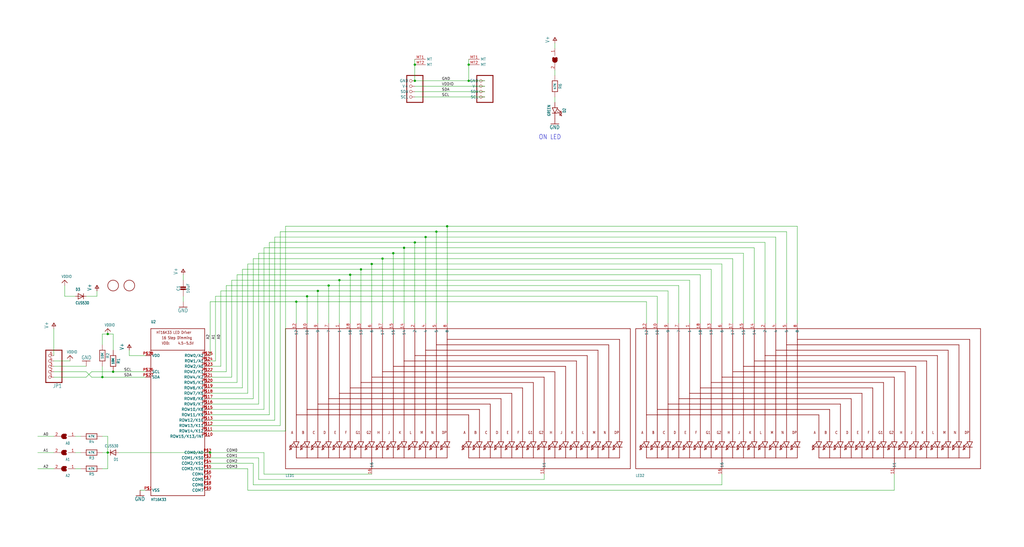
<source format=kicad_sch>
(kicad_sch (version 20230121) (generator eeschema)
  (paper "User" 482.803 257.835)
  (lib_symbols
    (symbol "working-eagle-import:CAP_CERAMIC0805-NOOUTLINE"
      (property "Reference" "C" (at -2.29 1.25 90))
      (symbol "CAP_CERAMIC0805-NOOUTLINE_1_0"
        (pin passive line (at 0 5.08 270) (length 2.54) (name "1") (number "1"))
        (pin passive line (at 0 -2.54 90) (length 2.54) (name "2") (number "2"))
      )
    )
    (symbol "working-eagle-import:DIODESOD-323F"
      (property "Reference" "D" (at -2.54 2.54 0))
      (symbol "DIODESOD-323F_1_0"
        (pin passive line (at -2.54 0 0) (length 2.54) (name "A") (number "A"))
        (pin passive line (at 2.54 0 180) (length 2.54) (name "C") (number "C"))
      )
    )
    (symbol "working-eagle-import:DISP_SEGMENT_STARBURST_DUAL_COMMONCATHODE"
      (property "Reference" "LED" (at -81.28 38.1 0))
      (symbol "DISP_SEGMENT_STARBURST_DUAL_COMMONCATHODE_1_0"
        (text "A" (at -78.74 17.78 0) (effects (font (size 1.27 1.0795)) (justify left bottom)))
        (text "A" (at 2.54 17.78 0) (effects (font (size 1.27 1.0795)) (justify left bottom)))
        (text "B" (at -73.66 17.78 0) (effects (font (size 1.27 1.0795)) (justify left bottom)))
        (text "B" (at 7.62 17.78 0) (effects (font (size 1.27 1.0795)) (justify left bottom)))
        (text "C" (at -68.58 17.78 0) (effects (font (size 1.27 1.0795)) (justify left bottom)))
        (text "C" (at 12.7 17.78 0) (effects (font (size 1.27 1.0795)) (justify left bottom)))
        (text "D" (at -63.5 17.78 0) (effects (font (size 1.27 1.0795)) (justify left bottom)))
        (text "D" (at 17.78 17.78 0) (effects (font (size 1.27 1.0795)) (justify left bottom)))
        (text "DP" (at -7.62 17.78 0) (effects (font (size 1.27 1.0795)) (justify left bottom)))
        (text "DP" (at 73.66 17.78 0) (effects (font (size 1.27 1.0795)) (justify left bottom)))
        (text "E" (at -58.42 17.78 0) (effects (font (size 1.27 1.0795)) (justify left bottom)))
        (text "E" (at 22.86 17.78 0) (effects (font (size 1.27 1.0795)) (justify left bottom)))
        (text "F" (at -53.34 17.78 0) (effects (font (size 1.27 1.0795)) (justify left bottom)))
        (text "F" (at 27.94 17.78 0) (effects (font (size 1.27 1.0795)) (justify left bottom)))
        (text "G1" (at -48.26 17.78 0) (effects (font (size 1.27 1.0795)) (justify left bottom)))
        (text "G1" (at 33.02 17.78 0) (effects (font (size 1.27 1.0795)) (justify left bottom)))
        (text "G2" (at -43.18 17.78 0) (effects (font (size 1.27 1.0795)) (justify left bottom)))
        (text "G2" (at 38.1 17.78 0) (effects (font (size 1.27 1.0795)) (justify left bottom)))
        (text "H" (at -38.1 17.78 0) (effects (font (size 1.27 1.0795)) (justify left bottom)))
        (text "H" (at 43.18 17.78 0) (effects (font (size 1.27 1.0795)) (justify left bottom)))
        (text "J" (at -33.02 17.78 0) (effects (font (size 1.27 1.0795)) (justify left bottom)))
        (text "J" (at 48.26 17.78 0) (effects (font (size 1.27 1.0795)) (justify left bottom)))
        (text "K" (at -27.94 17.78 0) (effects (font (size 1.27 1.0795)) (justify left bottom)))
        (text "K" (at 53.34 17.78 0) (effects (font (size 1.27 1.0795)) (justify left bottom)))
        (text "L" (at -22.86 17.78 0) (effects (font (size 1.27 1.0795)) (justify left bottom)))
        (text "L" (at 58.42 17.78 0) (effects (font (size 1.27 1.0795)) (justify left bottom)))
        (text "M" (at -17.78 17.78 0) (effects (font (size 1.27 1.0795)) (justify left bottom)))
        (text "M" (at 63.5 17.78 0) (effects (font (size 1.27 1.0795)) (justify left bottom)))
        (text "N" (at -12.7 17.78 0) (effects (font (size 1.27 1.0795)) (justify left bottom)))
        (text "N" (at 68.58 17.78 0) (effects (font (size 1.27 1.0795)) (justify left bottom)))
        (pin bidirectional line (at -55.88 -33.02 90) (length 2.54) (name "1") (number "1"))
        (pin bidirectional line (at -71.12 -33.02 90) (length 2.54) (name "10") (number "10"))
        (pin bidirectional line (at 40.64 38.1 270) (length 2.54) (name "11") (number "11"))
        (pin bidirectional line (at -76.2 -33.02 90) (length 2.54) (name "12") (number "12"))
        (pin bidirectional line (at -45.72 -33.02 90) (length 2.54) (name "13") (number "13"))
        (pin bidirectional line (at -25.4 -33.02 90) (length 2.54) (name "14") (number "14"))
        (pin bidirectional line (at -30.48 -33.02 90) (length 2.54) (name "15") (number "15"))
        (pin bidirectional line (at -40.64 38.1 270) (length 2.54) (name "16") (number "16"))
        (pin bidirectional line (at -35.56 -33.02 90) (length 2.54) (name "17") (number "17"))
        (pin bidirectional line (at -50.8 -33.02 90) (length 2.54) (name "18") (number "18"))
        (pin bidirectional line (at -20.32 -33.02 90) (length 2.54) (name "2") (number "2"))
        (pin bidirectional line (at -15.24 -33.02 90) (length 2.54) (name "4") (number "4"))
        (pin bidirectional line (at -10.16 -33.02 90) (length 2.54) (name "5") (number "5"))
        (pin bidirectional line (at -40.64 -33.02 90) (length 2.54) (name "6") (number "6"))
        (pin bidirectional line (at -60.96 -33.02 90) (length 2.54) (name "7") (number "7"))
        (pin bidirectional line (at -5.08 -33.02 90) (length 2.54) (name "8") (number "8"))
        (pin bidirectional line (at -66.04 -33.02 90) (length 2.54) (name "9") (number "9"))
      )
    )
    (symbol "working-eagle-import:FIDUCIAL")
    (symbol "working-eagle-import:GND" (power)
      (property "Value" "GND" (at -2.54 -2.54 0))
      (symbol "GND_1_0"
        (pin power_in line (at 0 2.54 270) (length 2.54) (name "GND") (number "1"))
      )
    )
    (symbol "working-eagle-import:HEADER-1X570MIL"
      (property "Reference" "JP" (at -6.35 8.255 0))
      (symbol "HEADER-1X570MIL_1_0"
        (pin passive inverted (at -2.54 5.08 0) (length 2.54) (name "1") (number "1"))
        (pin passive inverted (at -2.54 2.54 0) (length 2.54) (name "2") (number "2"))
        (pin passive inverted (at -2.54 0 0) (length 2.54) (name "3") (number "3"))
        (pin passive inverted (at -2.54 -2.54 0) (length 2.54) (name "4") (number "4"))
        (pin passive inverted (at -2.54 -5.08 0) (length 2.54) (name "5") (number "5"))
      )
    )
    (symbol "working-eagle-import:HT16K33_SOP28_SKINNY"
      (property "Reference" "U" (at -12.7 40.64 0))
      (symbol "HT16K33_SOP28_SKINNY_1_0"
        (text "16 Step Dimming" (at -7.62 33.02 0) (effects (font (size 1.27 1.0795)) (justify left bottom)))
        (text "4.5-5.5V" (at 0 30.48 0) (effects (font (size 1.27 1.0795)) (justify left bottom)))
        (text "HT16K33 LED Driver" (at -10.16 35.56 0) (effects (font (size 1.27 1.0795)) (justify left bottom)))
        (text "VDD:" (at -7.62 30.48 0) (effects (font (size 1.27 1.0795)) (justify left bottom)))
        (pin bidirectional line (at -15.24 -38.1 0) (length 2.54) (name "VSS") (number "P$1"))
        (pin bidirectional line (at 15.24 -12.7 180) (length 2.54) (name "ROW15/K13/INT") (number "P$10"))
        (pin bidirectional line (at 15.24 -10.16 180) (length 2.54) (name "ROW14/K12") (number "P$11"))
        (pin bidirectional line (at 15.24 -7.62 180) (length 2.54) (name "ROW13/K11") (number "P$12"))
        (pin bidirectional line (at 15.24 -5.08 180) (length 2.54) (name "ROW12/K10") (number "P$13"))
        (pin bidirectional line (at 15.24 -2.54 180) (length 2.54) (name "ROW11/K9") (number "P$14"))
        (pin bidirectional line (at 15.24 0 180) (length 2.54) (name "ROW10/K8") (number "P$15"))
        (pin bidirectional line (at 15.24 2.54 180) (length 2.54) (name "ROW9/K7") (number "P$16"))
        (pin bidirectional line (at 15.24 5.08 180) (length 2.54) (name "ROW8/K6") (number "P$17"))
        (pin bidirectional line (at 15.24 7.62 180) (length 2.54) (name "ROW7/K5") (number "P$18"))
        (pin bidirectional line (at 15.24 10.16 180) (length 2.54) (name "ROW6/K4") (number "P$19"))
        (pin bidirectional line (at 15.24 -20.32 180) (length 2.54) (name "COM0/AD") (number "P$2"))
        (pin bidirectional line (at 15.24 12.7 180) (length 2.54) (name "ROW5/K3") (number "P$20"))
        (pin bidirectional line (at 15.24 15.24 180) (length 2.54) (name "ROW4/K2") (number "P$21"))
        (pin bidirectional line (at 15.24 17.78 180) (length 2.54) (name "ROW3/K1") (number "P$22"))
        (pin bidirectional line (at 15.24 20.32 180) (length 2.54) (name "ROW2/A0") (number "P$23"))
        (pin bidirectional line (at 15.24 22.86 180) (length 2.54) (name "ROW1/A1") (number "P$24"))
        (pin bidirectional line (at 15.24 25.4 180) (length 2.54) (name "ROW0/A2") (number "P$25"))
        (pin bidirectional line (at -15.24 17.78 0) (length 2.54) (name "SCL") (number "P$26"))
        (pin bidirectional line (at -15.24 15.24 0) (length 2.54) (name "SDA") (number "P$27"))
        (pin bidirectional line (at -15.24 25.4 0) (length 2.54) (name "VDD") (number "P$28"))
        (pin bidirectional line (at 15.24 -22.86 180) (length 2.54) (name "COM1/KS0") (number "P$3"))
        (pin bidirectional line (at 15.24 -25.4 180) (length 2.54) (name "COM2/KS1") (number "P$4"))
        (pin bidirectional line (at 15.24 -27.94 180) (length 2.54) (name "COM3/KS2") (number "P$5"))
        (pin bidirectional line (at 15.24 -30.48 180) (length 2.54) (name "COM4") (number "P$6"))
        (pin bidirectional line (at 15.24 -33.02 180) (length 2.54) (name "COM5") (number "P$7"))
        (pin bidirectional line (at 15.24 -35.56 180) (length 2.54) (name "COM6") (number "P$8"))
        (pin bidirectional line (at 15.24 -38.1 180) (length 2.54) (name "COM7") (number "P$9"))
      )
    )
    (symbol "working-eagle-import:LED0603_NOOUTLINE"
      (property "Reference" "D" (at -1.27 4.445 0))
      (symbol "LED0603_NOOUTLINE_1_0"
        (pin passive line (at -5.08 0 0) (length 2.54) (name "A") (number "A"))
        (pin passive line (at 2.54 0 180) (length 2.54) (name "C") (number "C"))
      )
    )
    (symbol "working-eagle-import:RESISTOR_0603_NOOUT"
      (property "Reference" "R" (at 0 2.54 0))
      (symbol "RESISTOR_0603_NOOUT_1_0"
        (pin passive line (at -5.08 0 0) (length 2.54) (name "1") (number "1"))
        (pin passive line (at 5.08 0 180) (length 2.54) (name "2") (number "2"))
      )
    )
    (symbol "working-eagle-import:SOLDERJUMPERCLOSED"
      (property "Reference" "SJ" (at -2.54 2.54 0))
      (symbol "SOLDERJUMPERCLOSED_1_0"
        (pin passive line (at -5.08 0 0) (length 2.54) (name "1") (number "1"))
        (pin passive line (at 5.08 0 180) (length 2.54) (name "2") (number "2"))
      )
    )
    (symbol "working-eagle-import:SOLDERJUMPERREFLOW_NOPASTE"
      (property "Reference" "SJ" (at -2.54 2.54 0))
      (symbol "SOLDERJUMPERREFLOW_NOPASTE_1_0"
        (pin passive line (at -5.08 0 0) (length 2.54) (name "1") (number "1"))
        (pin passive line (at 5.08 0 180) (length 2.54) (name "2") (number "2"))
      )
    )
    (symbol "working-eagle-import:STEMMA_I2C_QTRA"
      (symbol "STEMMA_I2C_QTRA_1_0"
        (pin passive inverted (at 0 5.08 0) (length 2.54) (name "GND") (number "1"))
        (pin passive inverted (at 0 2.54 0) (length 2.54) (name "V+") (number "2"))
        (pin passive inverted (at 0 0 0) (length 2.54) (name "SDA") (number "3"))
        (pin passive inverted (at 0 -2.54 0) (length 2.54) (name "SCL") (number "4"))
      )
      (symbol "STEMMA_I2C_QTRA_2_0"
        (pin bidirectional line (at 0 0 0) (length 5.08) (name "MT") (number "MT1"))
      )
      (symbol "STEMMA_I2C_QTRA_3_0"
        (pin bidirectional line (at 0 0 0) (length 5.08) (name "MT") (number "MT2"))
      )
    )
    (symbol "working-eagle-import:V+" (power)
      (property "Value" "V+" (at -2.54 -2.54 90))
      (symbol "V+_1_0"
        (pin power_in line (at 0 -2.54 90) (length 2.54) (name "V+") (number "1"))
      )
    )
    (symbol "working-eagle-import:VDDIO" (power)
      (property "Value" "VDDIO" (at -1.524 1.016 0))
      (symbol "VDDIO_1_0"
        (pin power_in line (at 0 -2.54 90) (length 2.54) (name "VDDIO") (number "1"))
      )
    )
  )
  (junction (at 50.8 157.48))
  (junction (at 195.58 114.3))
  (junction (at 190.5 116.84))
  (junction (at 175.26 124.46))
  (junction (at 195.58 38.1))
  (junction (at 50.8 213.36))
  (junction (at 185.42 119.38))
  (junction (at 53.34 175.26))
  (junction (at 180.34 121.92))
  (junction (at 154.94 134.62))
  (junction (at 144.78 139.7))
  (junction (at 210.82 106.68))
  (junction (at 149.86 137.16))
  (junction (at 99.06 213.36))
  (junction (at 165.1 129.54))
  (junction (at 195.58 30.48))
  (junction (at 205.74 109.22))
  (junction (at 220.98 30.48))
  (junction (at 139.7 142.24))
  (junction (at 200.66 111.76))
  (junction (at 48.26 177.8))
  (junction (at 160.02 132.08))
  (junction (at 170.18 127))
  (junction (at 220.98 38.1))
  (wire (pts (xy 25.4 220.98) (xy 17.78 220.98)) (stroke (width 0.1524)))
  (wire (pts (xy 330.2 129.54) (xy 330.2 152.4)) (stroke (width 0.1524)))
  (wire (pts (xy 124.46 213.36) (xy 124.46 223.52)) (stroke (width 0.1524)))
  (wire (pts (xy 121.92 190.5) (xy 121.92 119.38)) (stroke (width 0.1524)))
  (wire (pts (xy 30.48 139.7) (xy 30.48 134.62)) (stroke (width 0.1524)))
  (wire (pts (xy 185.42 119.38) (xy 185.42 152.4)) (stroke (width 0.1524)))
  (wire (pts (xy 220.98 30.48) (xy 220.98 27.94)) (stroke (width 0.1524)))
  (wire (pts (xy 127 195.58) (xy 127 114.3)) (stroke (width 0.1524)))
  (wire (pts (xy 149.86 137.16) (xy 149.86 152.4)) (stroke (width 0.1524)))
  (wire (pts (xy 144.78 139.7) (xy 309.88 139.7)) (stroke (width 0.1524)))
  (wire (pts (xy 154.94 134.62) (xy 320.04 134.62)) (stroke (width 0.1524)))
  (wire (pts (xy 228.6 38.1) (xy 220.98 38.1)) (stroke (width 0.1524)))
  (wire (pts (xy 99.06 198.12) (xy 129.54 198.12)) (stroke (width 0.1524)))
  (wire (pts (xy 86.36 129.54) (xy 86.36 132.08)) (stroke (width 0.1524)))
  (wire (pts (xy 129.54 198.12) (xy 129.54 111.76)) (stroke (width 0.1524)))
  (wire (pts (xy 220.98 38.1) (xy 220.98 30.48)) (stroke (width 0.1524)))
  (wire (pts (xy 160.02 132.08) (xy 325.12 132.08)) (stroke (width 0.1524)))
  (wire (pts (xy 38.1 220.98) (xy 35.56 220.98)) (stroke (width 0.1524)))
  (wire (pts (xy 99.06 200.66) (xy 132.08 200.66)) (stroke (width 0.1524)))
  (wire (pts (xy 99.06 170.18) (xy 101.6 170.18)) (stroke (width 0.1524)))
  (wire (pts (xy 99.06 180.34) (xy 111.76 180.34)) (stroke (width 0.1524)))
  (wire (pts (xy 210.82 106.68) (xy 210.82 152.4)) (stroke (width 0.1524)))
  (wire (pts (xy 99.06 172.72) (xy 104.14 172.72)) (stroke (width 0.1524)))
  (wire (pts (xy 350.52 119.38) (xy 350.52 152.4)) (stroke (width 0.1524)))
  (wire (pts (xy 195.58 114.3) (xy 195.58 152.4)) (stroke (width 0.1524)))
  (wire (pts (xy 340.36 228.6) (xy 340.36 223.52)) (stroke (width 0.1524)))
  (wire (pts (xy 68.58 177.8) (xy 48.26 177.8)) (stroke (width 0.1524)))
  (wire (pts (xy 165.1 129.54) (xy 165.1 152.4)) (stroke (width 0.1524)))
  (wire (pts (xy 261.62 48.26) (xy 261.62 45.72)) (stroke (width 0.1524)))
  (wire (pts (xy 116.84 185.42) (xy 116.84 124.46)) (stroke (width 0.1524)))
  (wire (pts (xy 99.06 167.64) (xy 99.06 142.24)) (stroke (width 0.1524)))
  (wire (pts (xy 101.6 139.7) (xy 144.78 139.7)) (stroke (width 0.1524)))
  (wire (pts (xy 45.72 137.16) (xy 45.72 139.7)) (stroke (width 0.1524)))
  (wire (pts (xy 149.86 137.16) (xy 314.96 137.16)) (stroke (width 0.1524)))
  (wire (pts (xy 99.06 215.9) (xy 121.92 215.9)) (stroke (width 0.1524)))
  (wire (pts (xy 48.26 177.8) (xy 48.26 172.72)) (stroke (width 0.1524)))
  (wire (pts (xy 139.7 142.24) (xy 304.8 142.24)) (stroke (width 0.1524)))
  (wire (pts (xy 50.8 213.36) (xy 50.8 205.74)) (stroke (width 0.1524)))
  (wire (pts (xy 99.06 218.44) (xy 119.38 218.44)) (stroke (width 0.1524)))
  (wire (pts (xy 60.96 167.64) (xy 60.96 165.1)) (stroke (width 0.1524)))
  (wire (pts (xy 228.6 43.18) (xy 195.58 43.18)) (stroke (width 0.1524)))
  (wire (pts (xy 25.4 175.26) (xy 40.64 175.26)) (stroke (width 0.1524)))
  (wire (pts (xy 205.74 109.22) (xy 205.74 152.4)) (stroke (width 0.1524)))
  (wire (pts (xy 314.96 137.16) (xy 314.96 152.4)) (stroke (width 0.1524)))
  (wire (pts (xy 99.06 193.04) (xy 124.46 193.04)) (stroke (width 0.1524)))
  (wire (pts (xy 48.26 213.36) (xy 50.8 213.36)) (stroke (width 0.1524)))
  (wire (pts (xy 124.46 223.52) (xy 175.26 223.52)) (stroke (width 0.1524)))
  (wire (pts (xy 190.5 116.84) (xy 190.5 152.4)) (stroke (width 0.1524)))
  (wire (pts (xy 256.54 226.06) (xy 256.54 223.52)) (stroke (width 0.1524)))
  (wire (pts (xy 129.54 111.76) (xy 200.66 111.76)) (stroke (width 0.1524)))
  (wire (pts (xy 116.84 220.98) (xy 116.84 231.14)) (stroke (width 0.1524)))
  (wire (pts (xy 106.68 175.26) (xy 106.68 134.62)) (stroke (width 0.1524)))
  (wire (pts (xy 320.04 134.62) (xy 320.04 152.4)) (stroke (width 0.1524)))
  (wire (pts (xy 175.26 124.46) (xy 340.36 124.46)) (stroke (width 0.1524)))
  (wire (pts (xy 185.42 119.38) (xy 350.52 119.38)) (stroke (width 0.1524)))
  (wire (pts (xy 99.06 190.5) (xy 121.92 190.5)) (stroke (width 0.1524)))
  (wire (pts (xy 40.64 175.26) (xy 43.18 177.8)) (stroke (width 0.1524)))
  (wire (pts (xy 48.26 220.98) (xy 50.8 220.98)) (stroke (width 0.1524)))
  (wire (pts (xy 119.38 121.92) (xy 180.34 121.92)) (stroke (width 0.1524)))
  (wire (pts (xy 335.28 127) (xy 335.28 152.4)) (stroke (width 0.1524)))
  (wire (pts (xy 132.08 200.66) (xy 132.08 109.22)) (stroke (width 0.1524)))
  (wire (pts (xy 175.26 124.46) (xy 175.26 152.4)) (stroke (width 0.1524)))
  (wire (pts (xy 421.64 231.14) (xy 421.64 223.52)) (stroke (width 0.1524)))
  (wire (pts (xy 116.84 124.46) (xy 175.26 124.46)) (stroke (width 0.1524)))
  (wire (pts (xy 170.18 127) (xy 170.18 152.4)) (stroke (width 0.1524)))
  (wire (pts (xy 99.06 142.24) (xy 139.7 142.24)) (stroke (width 0.1524)))
  (wire (pts (xy 43.18 175.26) (xy 40.64 177.8)) (stroke (width 0.1524)))
  (wire (pts (xy 45.72 139.7) (xy 40.64 139.7)) (stroke (width 0.1524)))
  (wire (pts (xy 160.02 132.08) (xy 160.02 152.4)) (stroke (width 0.1524)))
  (wire (pts (xy 170.18 127) (xy 335.28 127)) (stroke (width 0.1524)))
  (wire (pts (xy 195.58 30.48) (xy 195.58 38.1)) (stroke (width 0.1524)))
  (wire (pts (xy 180.34 121.92) (xy 180.34 152.4)) (stroke (width 0.1524)))
  (wire (pts (xy 68.58 175.26) (xy 53.34 175.26)) (stroke (width 0.1524)))
  (wire (pts (xy 165.1 129.54) (xy 330.2 129.54)) (stroke (width 0.1524)))
  (wire (pts (xy 25.4 167.64) (xy 25.4 154.94)) (stroke (width 0.1524)))
  (wire (pts (xy 99.06 185.42) (xy 116.84 185.42)) (stroke (width 0.1524)))
  (wire (pts (xy 99.06 203.2) (xy 134.62 203.2)) (stroke (width 0.1524)))
  (wire (pts (xy 261.62 20.32) (xy 261.62 22.86)) (stroke (width 0.1524)))
  (wire (pts (xy 38.1 205.74) (xy 35.56 205.74)) (stroke (width 0.1524)))
  (wire (pts (xy 119.38 228.6) (xy 340.36 228.6)) (stroke (width 0.1524)))
  (wire (pts (xy 195.58 114.3) (xy 360.68 114.3)) (stroke (width 0.1524)))
  (wire (pts (xy 228.6 40.64) (xy 195.58 40.64)) (stroke (width 0.1524)))
  (wire (pts (xy 144.78 139.7) (xy 144.78 152.4)) (stroke (width 0.1524)))
  (wire (pts (xy 17.78 205.74) (xy 25.4 205.74)) (stroke (width 0.1524)))
  (wire (pts (xy 119.38 187.96) (xy 119.38 121.92)) (stroke (width 0.1524)))
  (wire (pts (xy 99.06 175.26) (xy 106.68 175.26)) (stroke (width 0.1524)))
  (wire (pts (xy 35.56 139.7) (xy 30.48 139.7)) (stroke (width 0.1524)))
  (wire (pts (xy 340.36 124.46) (xy 340.36 152.4)) (stroke (width 0.1524)))
  (wire (pts (xy 139.7 142.24) (xy 139.7 152.4)) (stroke (width 0.1524)))
  (wire (pts (xy 121.92 226.06) (xy 256.54 226.06)) (stroke (width 0.1524)))
  (wire (pts (xy 121.92 215.9) (xy 121.92 226.06)) (stroke (width 0.1524)))
  (wire (pts (xy 104.14 172.72) (xy 104.14 137.16)) (stroke (width 0.1524)))
  (wire (pts (xy 53.34 175.26) (xy 43.18 175.26)) (stroke (width 0.1524)))
  (wire (pts (xy 154.94 134.62) (xy 154.94 152.4)) (stroke (width 0.1524)))
  (wire (pts (xy 124.46 116.84) (xy 190.5 116.84)) (stroke (width 0.1524)))
  (wire (pts (xy 99.06 182.88) (xy 114.3 182.88)) (stroke (width 0.1524)))
  (wire (pts (xy 99.06 195.58) (xy 127 195.58)) (stroke (width 0.1524)))
  (wire (pts (xy 134.62 106.68) (xy 210.82 106.68)) (stroke (width 0.1524)))
  (wire (pts (xy 355.6 116.84) (xy 355.6 152.4)) (stroke (width 0.1524)))
  (wire (pts (xy 121.92 119.38) (xy 185.42 119.38)) (stroke (width 0.1524)))
  (wire (pts (xy 195.58 27.94) (xy 195.58 30.48)) (stroke (width 0.1524)))
  (wire (pts (xy 325.12 132.08) (xy 325.12 152.4)) (stroke (width 0.1524)))
  (wire (pts (xy 50.8 157.48) (xy 53.34 157.48)) (stroke (width 0.1524)))
  (wire (pts (xy 40.64 172.72) (xy 25.4 172.72)) (stroke (width 0.1524)))
  (wire (pts (xy 48.26 157.48) (xy 50.8 157.48)) (stroke (width 0.1524)))
  (wire (pts (xy 375.92 106.68) (xy 375.92 152.4)) (stroke (width 0.1524)))
  (wire (pts (xy 33.02 170.18) (xy 25.4 170.18)) (stroke (width 0.1524)))
  (wire (pts (xy 132.08 109.22) (xy 205.74 109.22)) (stroke (width 0.1524)))
  (wire (pts (xy 124.46 193.04) (xy 124.46 116.84)) (stroke (width 0.1524)))
  (wire (pts (xy 200.66 111.76) (xy 365.76 111.76)) (stroke (width 0.1524)))
  (wire (pts (xy 55.88 213.36) (xy 99.06 213.36)) (stroke (width 0.1524)))
  (wire (pts (xy 190.5 116.84) (xy 355.6 116.84)) (stroke (width 0.1524)))
  (wire (pts (xy 48.26 205.74) (xy 50.8 205.74)) (stroke (width 0.1524)))
  (wire (pts (xy 111.76 129.54) (xy 165.1 129.54)) (stroke (width 0.1524)))
  (wire (pts (xy 365.76 111.76) (xy 365.76 152.4)) (stroke (width 0.1524)))
  (wire (pts (xy 119.38 218.44) (xy 119.38 228.6)) (stroke (width 0.1524)))
  (wire (pts (xy 205.74 109.22) (xy 370.84 109.22)) (stroke (width 0.1524)))
  (wire (pts (xy 109.22 132.08) (xy 160.02 132.08)) (stroke (width 0.1524)))
  (wire (pts (xy 114.3 182.88) (xy 114.3 127)) (stroke (width 0.1524)))
  (wire (pts (xy 43.18 177.8) (xy 48.26 177.8)) (stroke (width 0.1524)))
  (wire (pts (xy 220.98 38.1) (xy 195.58 38.1)) (stroke (width 0.1524)))
  (wire (pts (xy 210.82 106.68) (xy 375.92 106.68)) (stroke (width 0.1524)))
  (wire (pts (xy 50.8 220.98) (xy 50.8 213.36)) (stroke (width 0.1524)))
  (wire (pts (xy 99.06 213.36) (xy 124.46 213.36)) (stroke (width 0.1524)))
  (wire (pts (xy 200.66 111.76) (xy 200.66 152.4)) (stroke (width 0.1524)))
  (wire (pts (xy 99.06 187.96) (xy 119.38 187.96)) (stroke (width 0.1524)))
  (wire (pts (xy 40.64 177.8) (xy 25.4 177.8)) (stroke (width 0.1524)))
  (wire (pts (xy 309.88 139.7) (xy 309.88 152.4)) (stroke (width 0.1524)))
  (wire (pts (xy 106.68 134.62) (xy 154.94 134.62)) (stroke (width 0.1524)))
  (wire (pts (xy 48.26 162.56) (xy 48.26 157.48)) (stroke (width 0.1524)))
  (wire (pts (xy 104.14 137.16) (xy 149.86 137.16)) (stroke (width 0.1524)))
  (wire (pts (xy 68.58 167.64) (xy 60.96 167.64)) (stroke (width 0.1524)))
  (wire (pts (xy 114.3 127) (xy 170.18 127)) (stroke (width 0.1524)))
  (wire (pts (xy 134.62 203.2) (xy 134.62 106.68)) (stroke (width 0.1524)))
  (wire (pts (xy 109.22 177.8) (xy 109.22 132.08)) (stroke (width 0.1524)))
  (wire (pts (xy 101.6 170.18) (xy 101.6 139.7)) (stroke (width 0.1524)))
  (wire (pts (xy 345.44 121.92) (xy 345.44 152.4)) (stroke (width 0.1524)))
  (wire (pts (xy 261.62 33.02) (xy 261.62 35.56)) (stroke (width 0.1524)))
  (wire (pts (xy 360.68 114.3) (xy 360.68 152.4)) (stroke (width 0.1524)))
  (wire (pts (xy 99.06 220.98) (xy 116.84 220.98)) (stroke (width 0.1524)))
  (wire (pts (xy 111.76 180.34) (xy 111.76 129.54)) (stroke (width 0.1524)))
  (wire (pts (xy 53.34 157.48) (xy 53.34 165.1)) (stroke (width 0.1524)))
  (wire (pts (xy 99.06 177.8) (xy 109.22 177.8)) (stroke (width 0.1524)))
  (wire (pts (xy 116.84 231.14) (xy 421.64 231.14)) (stroke (width 0.1524)))
  (wire (pts (xy 86.36 142.24) (xy 86.36 139.7)) (stroke (width 0.1524)))
  (wire (pts (xy 370.84 109.22) (xy 370.84 152.4)) (stroke (width 0.1524)))
  (wire (pts (xy 304.8 142.24) (xy 304.8 152.4)) (stroke (width 0.1524)))
  (wire (pts (xy 66.04 231.14) (xy 68.58 231.14)) (stroke (width 0.1524)))
  (wire (pts (xy 38.1 213.36) (xy 35.56 213.36)) (stroke (width 0.1524)))
  (wire (pts (xy 25.4 213.36) (xy 17.78 213.36)) (stroke (width 0.1524)))
  (wire (pts (xy 127 114.3) (xy 195.58 114.3)) (stroke (width 0.1524)))
  (wire (pts (xy 180.34 121.92) (xy 345.44 121.92)) (stroke (width 0.1524)))
  (wire (pts (xy 228.6 45.72) (xy 195.58 45.72)) (stroke (width 0.1524)))
  (text "ON LED" (at 254 66.04 0) (effects (font (size 2.1844 1.8567)) (justify left bottom)))
  (label "A1" (at 101.6 160.02 90) (effects (font (size 1.2446 1.2446))))
  (label "COM0" (at 106.68 213.36 0) (effects (font (size 1.2446 1.2446))))
  (label "A2" (at 99.06 160.02 90) (effects (font (size 1.2446 1.2446))))
  (label "VDDIO" (at 208.28 40.64 0) (effects (font (size 1.2446 1.2446))))
  (label "SDA" (at 208.28 43.18 0) (effects (font (size 1.2446 1.2446))))
  (label "A1" (at 22.86 213.36 180) (effects (font (size 1.2446 1.2446))))
  (label "COM3" (at 106.68 220.98 0) (effects (font (size 1.2446 1.2446))))
  (label "SCL" (at 58.42 175.26 0) (effects (font (size 1.2446 1.2446))))
  (label "GND" (at 208.28 38.1 0) (effects (font (size 1.2446 1.2446))))
  (label "SCL" (at 208.28 45.72 0) (effects (font (size 1.2446 1.2446))))
  (label "COM2" (at 106.68 218.44 0) (effects (font (size 1.2446 1.2446))))
  (label "A2" (at 22.86 220.98 180) (effects (font (size 1.2446 1.2446))))
  (label "A0" (at 104.14 160.02 90) (effects (font (size 1.2446 1.2446))))
  (label "SDA" (at 58.42 177.8 0) (effects (font (size 1.2446 1.2446))))
  (label "COM1" (at 106.68 215.9 0) (effects (font (size 1.2446 1.2446))))
  (label "A0" (at 22.86 205.74 180) (effects (font (size 1.2446 1.2446))))
  (symbol (lib_id "working-eagle-import:STEMMA_I2C_QTRA") (at 220.98 30.48 0) (unit 3)
    (property "Reference" "CONN2" (effects hide))
    (property "Value" "STEMMA_I2C_QTRA" (effects hide))
    (property "Footprint" "working:JST_SH4_RA" (effects hide))
  )
  (symbol (lib_id "working-eagle-import:STEMMA_I2C_QTRA") (at 195.58 27.94 0) (unit 2)
    (property "Reference" "CONN1" (effects hide))
    (property "Value" "STEMMA_I2C_QTRA" (effects hide))
    (property "Footprint" "working:JST_SH4_RA" (effects hide))
  )
  (symbol (lib_id "working-eagle-import:V+") (at 25.4 152.4 0) (unit 1)
    (property "Reference" "#P+3" (effects hide))
    (property "Value" "V+" (at 22.86 154.94 90) (effects (font (size 1.778 1.5113)) (justify left bottom)))
  )
  (symbol (lib_id "working-eagle-import:RESISTOR_0603_NOOUT") (at 48.26 167.64 270) (unit 1)
    (property "Reference" "R2" (at 50.8 167.64 0))
    (property "Value" "10K" (at 48.26 167.64 0) (effects (font (size 1.016 1.016) bold)))
    (property "Footprint" "working:0603-NO" (effects hide))
  )
  (symbol (lib_id "working-eagle-import:DIODESOD-323F") (at 53.34 213.36 180) (unit 1)
    (property "Reference" "D1" (at 55.88 215.9 0) (effects (font (size 1.27 1.0795)) (justify left bottom)))
    (property "Value" "CUS530" (at 55.88 209.55 0) (effects (font (size 1.27 1.0795)) (justify left bottom)))
    (property "Footprint" "working:SOD-323F" (effects hide))
  )
  (symbol (lib_id "working-eagle-import:LED0603_NOOUTLINE") (at 261.62 53.34 270) (unit 1)
    (property "Reference" "D2" (at 266.065 52.07 0) (effects (font (size 1.27 1.0795))))
    (property "Value" "GREEN" (at 258.826 52.07 0) (effects (font (size 1.27 1.0795))))
    (property "Footprint" "working:CHIPLED_0603_NOOUTLINE" (effects hide))
  )
  (symbol (lib_id "working-eagle-import:V+") (at 60.96 162.56 0) (unit 1)
    (property "Reference" "#P+4" (effects hide))
    (property "Value" "V+" (at 58.42 165.1 90) (effects (font (size 1.778 1.5113)) (justify left bottom)))
  )
  (symbol (lib_id "working-eagle-import:GND") (at 66.04 233.68 0) (unit 1)
    (property "Reference" "#GND5" (effects hide))
    (property "Value" "GND" (at 63.5 236.22 0) (effects (font (size 1.778 1.5113)) (justify left bottom)))
  )
  (symbol (lib_id "working-eagle-import:STEMMA_I2C_QTRA") (at 220.98 27.94 0) (unit 2)
    (property "Reference" "CONN2" (effects hide))
    (property "Value" "STEMMA_I2C_QTRA" (effects hide))
    (property "Footprint" "working:JST_SH4_RA" (effects hide))
  )
  (symbol (lib_id "working-eagle-import:VDDIO") (at 50.8 154.94 0) (unit 1)
    (property "Reference" "#U$5" (effects hide))
    (property "Value" "VDDIO" (at 49.276 153.924 0) (effects (font (size 1.27 1.0795)) (justify left bottom)))
  )
  (symbol (lib_id "working-eagle-import:FIDUCIAL") (at 60.96 134.62 0) (unit 1)
    (property "Reference" "U$2" (effects hide))
    (property "Value" "FIDUCIAL" (effects hide))
    (property "Footprint" "working:FIDUCIAL_1MM" (effects hide))
  )
  (symbol (lib_id "working-eagle-import:V+") (at 45.72 134.62 0) (unit 1)
    (property "Reference" "#P+2" (effects hide))
    (property "Value" "V+" (at 43.18 137.16 90) (effects (font (size 1.778 1.5113)) (justify left bottom)))
  )
  (symbol (lib_id "working-eagle-import:VDDIO") (at 30.48 132.08 0) (unit 1)
    (property "Reference" "#U$4" (effects hide))
    (property "Value" "VDDIO" (at 28.956 131.064 0) (effects (font (size 1.27 1.0795)) (justify left bottom)))
  )
  (symbol (lib_id "working-eagle-import:HEADER-1X570MIL") (at 22.86 172.72 180) (unit 1)
    (property "Reference" "JP1" (at 29.21 180.975 0) (effects (font (size 1.778 1.5113)) (justify left bottom)))
    (property "Value" "HEADER-1X570MIL" (effects hide))
    (property "Footprint" "working:1X05_ROUND_70" (effects hide))
  )
  (symbol (lib_id "working-eagle-import:GND") (at 40.64 170.18 180) (unit 1)
    (property "Reference" "#GND2" (effects hide))
    (property "Value" "GND" (at 43.18 167.64 0) (effects (font (size 1.778 1.5113)) (justify left bottom)))
  )
  (symbol (lib_id "working-eagle-import:V+") (at 86.36 127 0) (unit 1)
    (property "Reference" "#P+1" (effects hide))
    (property "Value" "V+" (at 83.82 129.54 90) (effects (font (size 1.778 1.5113)) (justify left bottom)))
  )
  (symbol (lib_id "working-eagle-import:SOLDERJUMPERREFLOW_NOPASTE") (at 30.48 220.98 180) (unit 1)
    (property "Reference" "A2" (at 33.02 223.52 0) (effects (font (size 1.27 1.0795)) (justify left bottom)))
    (property "Value" "SOLDERJUMPERREFLOW_NOPASTE" (effects hide))
    (property "Footprint" "working:SOLDERJUMPER_REFLOW_NOPASTE" (effects hide))
  )
  (symbol (lib_id "working-eagle-import:SOLDERJUMPERREFLOW_NOPASTE") (at 30.48 213.36 180) (unit 1)
    (property "Reference" "A1" (at 33.02 215.9 0) (effects (font (size 1.27 1.0795)) (justify left bottom)))
    (property "Value" "SOLDERJUMPERREFLOW_NOPASTE" (effects hide))
    (property "Footprint" "working:SOLDERJUMPER_REFLOW_NOPASTE" (effects hide))
  )
  (symbol (lib_id "working-eagle-import:RESISTOR_0603_NOOUT") (at 43.18 220.98 180) (unit 1)
    (property "Reference" "R5" (at 43.18 223.52 0))
    (property "Value" "47K" (at 43.18 220.98 0) (effects (font (size 1.016 1.016) bold)))
    (property "Footprint" "working:0603-NO" (effects hide))
  )
  (symbol (lib_id "working-eagle-import:RESISTOR_0603_NOOUT") (at 43.18 205.74 180) (unit 1)
    (property "Reference" "R4" (at 43.18 208.28 0))
    (property "Value" "47K" (at 43.18 205.74 0) (effects (font (size 1.016 1.016) bold)))
    (property "Footprint" "working:0603-NO" (effects hide))
  )
  (symbol (lib_id "working-eagle-import:STEMMA_I2C_QTRA") (at 195.58 30.48 0) (unit 3)
    (property "Reference" "CONN1" (effects hide))
    (property "Value" "STEMMA_I2C_QTRA" (effects hide))
    (property "Footprint" "working:JST_SH4_RA" (effects hide))
  )
  (symbol (lib_id "working-eagle-import:RESISTOR_0603_NOOUT") (at 53.34 170.18 270) (unit 1)
    (property "Reference" "R1" (at 55.88 170.18 0))
    (property "Value" "10K" (at 53.34 170.18 0) (effects (font (size 1.016 1.016) bold)))
    (property "Footprint" "working:0603-NO" (effects hide))
  )
  (symbol (lib_id "working-eagle-import:DISP_SEGMENT_STARBURST_DUAL_COMMONCATHODE") (at 381 185.42 0) (mirror x) (unit 1)
    (property "Reference" "LED2" (at 299.72 223.52 0) (effects (font (size 1.27 1.0795)) (justify left bottom)))
    (property "Value" "DISP_SEGMENT_STARBURST_DUAL_COMMONCATHODE" (effects hide))
    (property "Footprint" "working:SEGMENT_STARTBUST_DUAL_KWA-541CBB" (effects hide))
  )
  (symbol (lib_id "working-eagle-import:RESISTOR_0603_NOOUT") (at 43.18 213.36 180) (unit 1)
    (property "Reference" "R3" (at 43.18 215.9 0))
    (property "Value" "47K" (at 43.18 213.36 0) (effects (font (size 1.016 1.016) bold)))
    (property "Footprint" "working:0603-NO" (effects hide))
  )
  (symbol (lib_id "working-eagle-import:GND") (at 261.62 58.42 0) (unit 1)
    (property "Reference" "#GND6" (effects hide))
    (property "Value" "GND" (at 259.08 60.96 0) (effects (font (size 1.778 1.5113)) (justify left bottom)))
  )
  (symbol (lib_id "working-eagle-import:DIODESOD-323F") (at 38.1 139.7 0) (unit 1)
    (property "Reference" "D3" (at 35.56 137.16 0) (effects (font (size 1.27 1.0795)) (justify left bottom)))
    (property "Value" "CUS530" (at 35.56 143.51 0) (effects (font (size 1.27 1.0795)) (justify left bottom)))
    (property "Footprint" "working:SOD-323F" (effects hide))
  )
  (symbol (lib_id "working-eagle-import:FIDUCIAL") (at 53.34 134.62 0) (unit 1)
    (property "Reference" "U$1" (effects hide))
    (property "Value" "FIDUCIAL" (effects hide))
    (property "Footprint" "working:FIDUCIAL_1MM" (effects hide))
  )
  (symbol (lib_id "working-eagle-import:SOLDERJUMPERCLOSED") (at 261.62 27.94 270) (unit 1)
    (property "Reference" "LEDJMP0" (effects hide))
    (property "Value" "SOLDERJUMPERCLOSED" (effects hide))
    (property "Footprint" "working:SOLDERJUMPER_CLOSEDWIRE" (effects hide))
  )
  (symbol (lib_id "working-eagle-import:STEMMA_I2C_QTRA") (at 228.6 43.18 0) (mirror y) (unit 1)
    (property "Reference" "CONN2" (effects hide))
    (property "Value" "STEMMA_I2C_QTRA" (effects hide))
    (property "Footprint" "working:JST_SH4_RA" (effects hide))
  )
  (symbol (lib_id "working-eagle-import:STEMMA_I2C_QTRA") (at 195.58 43.18 0) (mirror y) (unit 1)
    (property "Reference" "CONN1" (effects hide))
    (property "Value" "STEMMA_I2C_QTRA" (effects hide))
    (property "Footprint" "working:JST_SH4_RA" (effects hide))
  )
  (symbol (lib_id "working-eagle-import:RESISTOR_0603_NOOUT") (at 261.62 40.64 270) (unit 1)
    (property "Reference" "R6" (at 264.16 40.64 0))
    (property "Value" "47K" (at 261.62 40.64 0) (effects (font (size 1.016 1.016) bold)))
    (property "Footprint" "working:0603-NO" (effects hide))
  )
  (symbol (lib_id "working-eagle-import:DISP_SEGMENT_STARBURST_DUAL_COMMONCATHODE") (at 215.9 185.42 0) (mirror x) (unit 1)
    (property "Reference" "LED1" (at 134.62 223.52 0) (effects (font (size 1.27 1.0795)) (justify left bottom)))
    (property "Value" "DISP_SEGMENT_STARBURST_DUAL_COMMONCATHODE" (effects hide))
    (property "Footprint" "working:SEGMENT_STARTBUST_DUAL_KWA-541CBB" (effects hide))
  )
  (symbol (lib_id "working-eagle-import:CAP_CERAMIC0805-NOOUTLINE") (at 86.36 137.16 0) (unit 1)
    (property "Reference" "C1" (at 84.07 135.91 90))
    (property "Value" "10uF" (at 88.66 135.91 90))
    (property "Footprint" "working:0805-NO" (effects hide))
  )
  (symbol (lib_id "working-eagle-import:HT16K33_SOP28_SKINNY") (at 83.82 193.04 0) (unit 1)
    (property "Reference" "U2" (at 71.12 152.4 0) (effects (font (size 1.27 1.0795)) (justify left bottom)))
    (property "Value" "HT16K33" (at 71.12 236.22 0) (effects (font (size 1.27 1.0795)) (justify left bottom)))
    (property "Footprint" "working:SOP28_300MIL_SKINNY" (effects hide))
  )
  (symbol (lib_id "working-eagle-import:GND") (at 86.36 144.78 0) (unit 1)
    (property "Reference" "#GND3" (effects hide))
    (property "Value" "GND" (at 83.82 147.32 0) (effects (font (size 1.778 1.5113)) (justify left bottom)))
  )
  (symbol (lib_id "working-eagle-import:V+") (at 261.62 17.78 0) (unit 1)
    (property "Reference" "#P+5" (effects hide))
    (property "Value" "V+" (at 259.08 20.32 90) (effects (font (size 1.778 1.5113)) (justify left bottom)))
  )
  (symbol (lib_id "working-eagle-import:VDDIO") (at 33.02 167.64 0) (unit 1)
    (property "Reference" "#U$9" (effects hide))
    (property "Value" "VDDIO" (at 31.496 166.624 0) (effects (font (size 1.27 1.0795)) (justify left bottom)))
  )
  (symbol (lib_id "working-eagle-import:SOLDERJUMPERREFLOW_NOPASTE") (at 30.48 205.74 180) (unit 1)
    (property "Reference" "A0" (at 33.02 208.28 0) (effects (font (size 1.27 1.0795)) (justify left bottom)))
    (property "Value" "SOLDERJUMPERREFLOW_NOPASTE" (effects hide))
    (property "Footprint" "working:SOLDERJUMPER_REFLOW_NOPASTE" (effects hide))
  )
)
</source>
